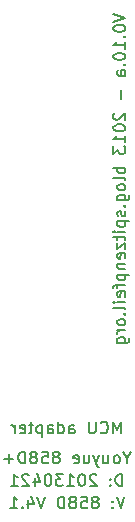
<source format=gbo>
%FSLAX34Y34*%
G04 Gerber Fmt 3.4, Leading zero omitted, Abs format*
G04 (created by PCBNEW (2013-12-05 BZR 4523)-product) date Fri 06 Dec 2013 09:05:46 PM CET*
%MOIN*%
G01*
G70*
G90*
G04 APERTURE LIST*
%ADD10C,0.005906*%
%ADD11C,0.007874*%
%ADD12O,0.150000X0.085000*%
%ADD13R,0.150000X0.085000*%
%ADD14O,0.059055X0.039370*%
%ADD15R,0.059055X0.039370*%
%ADD16R,0.060000X0.060000*%
%ADD17C,0.060000*%
G04 APERTURE END LIST*
G54D10*
G54D11*
X57549Y-37928D02*
X57549Y-37534D01*
X57418Y-37815D01*
X57287Y-37534D01*
X57287Y-37928D01*
X56874Y-37890D02*
X56893Y-37909D01*
X56949Y-37928D01*
X56987Y-37928D01*
X57043Y-37909D01*
X57081Y-37871D01*
X57099Y-37834D01*
X57118Y-37759D01*
X57118Y-37703D01*
X57099Y-37628D01*
X57081Y-37590D01*
X57043Y-37553D01*
X56987Y-37534D01*
X56949Y-37534D01*
X56893Y-37553D01*
X56874Y-37571D01*
X56706Y-37534D02*
X56706Y-37853D01*
X56687Y-37890D01*
X56668Y-37909D01*
X56631Y-37928D01*
X56556Y-37928D01*
X56518Y-37909D01*
X56499Y-37890D01*
X56481Y-37853D01*
X56481Y-37534D01*
X55824Y-37928D02*
X55824Y-37721D01*
X55843Y-37684D01*
X55881Y-37665D01*
X55956Y-37665D01*
X55993Y-37684D01*
X55824Y-37909D02*
X55862Y-37928D01*
X55956Y-37928D01*
X55993Y-37909D01*
X56012Y-37871D01*
X56012Y-37834D01*
X55993Y-37796D01*
X55956Y-37778D01*
X55862Y-37778D01*
X55824Y-37759D01*
X55468Y-37928D02*
X55468Y-37534D01*
X55468Y-37909D02*
X55506Y-37928D01*
X55581Y-37928D01*
X55618Y-37909D01*
X55637Y-37890D01*
X55656Y-37853D01*
X55656Y-37740D01*
X55637Y-37703D01*
X55618Y-37684D01*
X55581Y-37665D01*
X55506Y-37665D01*
X55468Y-37684D01*
X55112Y-37928D02*
X55112Y-37721D01*
X55131Y-37684D01*
X55168Y-37665D01*
X55243Y-37665D01*
X55281Y-37684D01*
X55112Y-37909D02*
X55150Y-37928D01*
X55243Y-37928D01*
X55281Y-37909D01*
X55300Y-37871D01*
X55300Y-37834D01*
X55281Y-37796D01*
X55243Y-37778D01*
X55150Y-37778D01*
X55112Y-37759D01*
X54925Y-37665D02*
X54925Y-38059D01*
X54925Y-37684D02*
X54887Y-37665D01*
X54812Y-37665D01*
X54775Y-37684D01*
X54756Y-37703D01*
X54737Y-37740D01*
X54737Y-37853D01*
X54756Y-37890D01*
X54775Y-37909D01*
X54812Y-37928D01*
X54887Y-37928D01*
X54925Y-37909D01*
X54625Y-37665D02*
X54475Y-37665D01*
X54568Y-37534D02*
X54568Y-37871D01*
X54550Y-37909D01*
X54512Y-37928D01*
X54475Y-37928D01*
X54193Y-37909D02*
X54231Y-37928D01*
X54306Y-37928D01*
X54343Y-37909D01*
X54362Y-37871D01*
X54362Y-37721D01*
X54343Y-37684D01*
X54306Y-37665D01*
X54231Y-37665D01*
X54193Y-37684D01*
X54175Y-37721D01*
X54175Y-37759D01*
X54362Y-37796D01*
X54006Y-37928D02*
X54006Y-37665D01*
X54006Y-37740D02*
X53987Y-37703D01*
X53968Y-37684D01*
X53931Y-37665D01*
X53893Y-37665D01*
X57671Y-40034D02*
X57540Y-40428D01*
X57409Y-40034D01*
X57277Y-40390D02*
X57259Y-40409D01*
X57277Y-40428D01*
X57296Y-40409D01*
X57277Y-40390D01*
X57277Y-40428D01*
X57277Y-40184D02*
X57259Y-40203D01*
X57277Y-40221D01*
X57296Y-40203D01*
X57277Y-40184D01*
X57277Y-40221D01*
X56734Y-40203D02*
X56771Y-40184D01*
X56790Y-40165D01*
X56809Y-40128D01*
X56809Y-40109D01*
X56790Y-40071D01*
X56771Y-40053D01*
X56734Y-40034D01*
X56659Y-40034D01*
X56621Y-40053D01*
X56603Y-40071D01*
X56584Y-40109D01*
X56584Y-40128D01*
X56603Y-40165D01*
X56621Y-40184D01*
X56659Y-40203D01*
X56734Y-40203D01*
X56771Y-40221D01*
X56790Y-40240D01*
X56809Y-40278D01*
X56809Y-40353D01*
X56790Y-40390D01*
X56771Y-40409D01*
X56734Y-40428D01*
X56659Y-40428D01*
X56621Y-40409D01*
X56603Y-40390D01*
X56584Y-40353D01*
X56584Y-40278D01*
X56603Y-40240D01*
X56621Y-40221D01*
X56659Y-40203D01*
X56228Y-40034D02*
X56415Y-40034D01*
X56434Y-40221D01*
X56415Y-40203D01*
X56378Y-40184D01*
X56284Y-40184D01*
X56246Y-40203D01*
X56228Y-40221D01*
X56209Y-40259D01*
X56209Y-40353D01*
X56228Y-40390D01*
X56246Y-40409D01*
X56284Y-40428D01*
X56378Y-40428D01*
X56415Y-40409D01*
X56434Y-40390D01*
X55984Y-40203D02*
X56021Y-40184D01*
X56040Y-40165D01*
X56059Y-40128D01*
X56059Y-40109D01*
X56040Y-40071D01*
X56021Y-40053D01*
X55984Y-40034D01*
X55909Y-40034D01*
X55871Y-40053D01*
X55853Y-40071D01*
X55834Y-40109D01*
X55834Y-40128D01*
X55853Y-40165D01*
X55871Y-40184D01*
X55909Y-40203D01*
X55984Y-40203D01*
X56021Y-40221D01*
X56040Y-40240D01*
X56059Y-40278D01*
X56059Y-40353D01*
X56040Y-40390D01*
X56021Y-40409D01*
X55984Y-40428D01*
X55909Y-40428D01*
X55871Y-40409D01*
X55853Y-40390D01*
X55834Y-40353D01*
X55834Y-40278D01*
X55853Y-40240D01*
X55871Y-40221D01*
X55909Y-40203D01*
X55665Y-40428D02*
X55665Y-40034D01*
X55571Y-40034D01*
X55515Y-40053D01*
X55478Y-40090D01*
X55459Y-40128D01*
X55440Y-40203D01*
X55440Y-40259D01*
X55459Y-40334D01*
X55478Y-40371D01*
X55515Y-40409D01*
X55571Y-40428D01*
X55665Y-40428D01*
X55028Y-40034D02*
X54896Y-40428D01*
X54765Y-40034D01*
X54465Y-40165D02*
X54465Y-40428D01*
X54559Y-40015D02*
X54653Y-40296D01*
X54409Y-40296D01*
X54259Y-40390D02*
X54240Y-40409D01*
X54259Y-40428D01*
X54278Y-40409D01*
X54259Y-40390D01*
X54259Y-40428D01*
X53865Y-40428D02*
X54090Y-40428D01*
X53978Y-40428D02*
X53978Y-40034D01*
X54015Y-40090D01*
X54053Y-40128D01*
X54090Y-40146D01*
X57596Y-39678D02*
X57596Y-39284D01*
X57502Y-39284D01*
X57446Y-39303D01*
X57409Y-39340D01*
X57390Y-39378D01*
X57371Y-39453D01*
X57371Y-39509D01*
X57390Y-39584D01*
X57409Y-39621D01*
X57446Y-39659D01*
X57502Y-39678D01*
X57596Y-39678D01*
X57202Y-39640D02*
X57184Y-39659D01*
X57202Y-39678D01*
X57221Y-39659D01*
X57202Y-39640D01*
X57202Y-39678D01*
X57202Y-39434D02*
X57184Y-39453D01*
X57202Y-39471D01*
X57221Y-39453D01*
X57202Y-39434D01*
X57202Y-39471D01*
X56734Y-39321D02*
X56715Y-39303D01*
X56678Y-39284D01*
X56584Y-39284D01*
X56546Y-39303D01*
X56528Y-39321D01*
X56509Y-39359D01*
X56509Y-39396D01*
X56528Y-39453D01*
X56752Y-39678D01*
X56509Y-39678D01*
X56265Y-39284D02*
X56228Y-39284D01*
X56190Y-39303D01*
X56171Y-39321D01*
X56153Y-39359D01*
X56134Y-39434D01*
X56134Y-39528D01*
X56153Y-39603D01*
X56171Y-39640D01*
X56190Y-39659D01*
X56228Y-39678D01*
X56265Y-39678D01*
X56303Y-39659D01*
X56321Y-39640D01*
X56340Y-39603D01*
X56359Y-39528D01*
X56359Y-39434D01*
X56340Y-39359D01*
X56321Y-39321D01*
X56303Y-39303D01*
X56265Y-39284D01*
X55759Y-39678D02*
X55984Y-39678D01*
X55871Y-39678D02*
X55871Y-39284D01*
X55909Y-39340D01*
X55946Y-39378D01*
X55984Y-39396D01*
X55628Y-39284D02*
X55384Y-39284D01*
X55515Y-39434D01*
X55459Y-39434D01*
X55421Y-39453D01*
X55403Y-39471D01*
X55384Y-39509D01*
X55384Y-39603D01*
X55403Y-39640D01*
X55421Y-39659D01*
X55459Y-39678D01*
X55571Y-39678D01*
X55609Y-39659D01*
X55628Y-39640D01*
X55140Y-39284D02*
X55103Y-39284D01*
X55065Y-39303D01*
X55046Y-39321D01*
X55028Y-39359D01*
X55009Y-39434D01*
X55009Y-39528D01*
X55028Y-39603D01*
X55046Y-39640D01*
X55065Y-39659D01*
X55103Y-39678D01*
X55140Y-39678D01*
X55178Y-39659D01*
X55196Y-39640D01*
X55215Y-39603D01*
X55234Y-39528D01*
X55234Y-39434D01*
X55215Y-39359D01*
X55196Y-39321D01*
X55178Y-39303D01*
X55140Y-39284D01*
X54672Y-39415D02*
X54672Y-39678D01*
X54765Y-39265D02*
X54859Y-39546D01*
X54615Y-39546D01*
X54484Y-39321D02*
X54465Y-39303D01*
X54428Y-39284D01*
X54334Y-39284D01*
X54297Y-39303D01*
X54278Y-39321D01*
X54259Y-39359D01*
X54259Y-39396D01*
X54278Y-39453D01*
X54503Y-39678D01*
X54259Y-39678D01*
X53884Y-39678D02*
X54109Y-39678D01*
X53997Y-39678D02*
X53997Y-39284D01*
X54034Y-39340D01*
X54072Y-39378D01*
X54109Y-39396D01*
X57755Y-38740D02*
X57755Y-38928D01*
X57887Y-38534D02*
X57755Y-38740D01*
X57624Y-38534D01*
X57437Y-38928D02*
X57474Y-38909D01*
X57493Y-38890D01*
X57512Y-38853D01*
X57512Y-38740D01*
X57493Y-38703D01*
X57474Y-38684D01*
X57437Y-38665D01*
X57381Y-38665D01*
X57343Y-38684D01*
X57324Y-38703D01*
X57306Y-38740D01*
X57306Y-38853D01*
X57324Y-38890D01*
X57343Y-38909D01*
X57381Y-38928D01*
X57437Y-38928D01*
X56968Y-38665D02*
X56968Y-38928D01*
X57137Y-38665D02*
X57137Y-38871D01*
X57118Y-38909D01*
X57081Y-38928D01*
X57024Y-38928D01*
X56987Y-38909D01*
X56968Y-38890D01*
X56818Y-38665D02*
X56724Y-38928D01*
X56631Y-38665D02*
X56724Y-38928D01*
X56762Y-39021D01*
X56781Y-39040D01*
X56818Y-39059D01*
X56312Y-38665D02*
X56312Y-38928D01*
X56481Y-38665D02*
X56481Y-38871D01*
X56462Y-38909D01*
X56424Y-38928D01*
X56368Y-38928D01*
X56331Y-38909D01*
X56312Y-38890D01*
X55974Y-38909D02*
X56012Y-38928D01*
X56087Y-38928D01*
X56124Y-38909D01*
X56143Y-38871D01*
X56143Y-38721D01*
X56124Y-38684D01*
X56087Y-38665D01*
X56012Y-38665D01*
X55974Y-38684D01*
X55956Y-38721D01*
X55956Y-38759D01*
X56143Y-38796D01*
X55431Y-38703D02*
X55468Y-38684D01*
X55487Y-38665D01*
X55506Y-38628D01*
X55506Y-38609D01*
X55487Y-38571D01*
X55468Y-38553D01*
X55431Y-38534D01*
X55356Y-38534D01*
X55318Y-38553D01*
X55300Y-38571D01*
X55281Y-38609D01*
X55281Y-38628D01*
X55300Y-38665D01*
X55318Y-38684D01*
X55356Y-38703D01*
X55431Y-38703D01*
X55468Y-38721D01*
X55487Y-38740D01*
X55506Y-38778D01*
X55506Y-38853D01*
X55487Y-38890D01*
X55468Y-38909D01*
X55431Y-38928D01*
X55356Y-38928D01*
X55318Y-38909D01*
X55300Y-38890D01*
X55281Y-38853D01*
X55281Y-38778D01*
X55300Y-38740D01*
X55318Y-38721D01*
X55356Y-38703D01*
X54925Y-38534D02*
X55112Y-38534D01*
X55131Y-38721D01*
X55112Y-38703D01*
X55075Y-38684D01*
X54981Y-38684D01*
X54943Y-38703D01*
X54925Y-38721D01*
X54906Y-38759D01*
X54906Y-38853D01*
X54925Y-38890D01*
X54943Y-38909D01*
X54981Y-38928D01*
X55075Y-38928D01*
X55112Y-38909D01*
X55131Y-38890D01*
X54681Y-38703D02*
X54718Y-38684D01*
X54737Y-38665D01*
X54756Y-38628D01*
X54756Y-38609D01*
X54737Y-38571D01*
X54718Y-38553D01*
X54681Y-38534D01*
X54606Y-38534D01*
X54568Y-38553D01*
X54550Y-38571D01*
X54531Y-38609D01*
X54531Y-38628D01*
X54550Y-38665D01*
X54568Y-38684D01*
X54606Y-38703D01*
X54681Y-38703D01*
X54718Y-38721D01*
X54737Y-38740D01*
X54756Y-38778D01*
X54756Y-38853D01*
X54737Y-38890D01*
X54718Y-38909D01*
X54681Y-38928D01*
X54606Y-38928D01*
X54568Y-38909D01*
X54550Y-38890D01*
X54531Y-38853D01*
X54531Y-38778D01*
X54550Y-38740D01*
X54568Y-38721D01*
X54606Y-38703D01*
X54362Y-38928D02*
X54362Y-38534D01*
X54268Y-38534D01*
X54212Y-38553D01*
X54175Y-38590D01*
X54156Y-38628D01*
X54137Y-38703D01*
X54137Y-38759D01*
X54156Y-38834D01*
X54175Y-38871D01*
X54212Y-38909D01*
X54268Y-38928D01*
X54362Y-38928D01*
X53968Y-38778D02*
X53669Y-38778D01*
X53818Y-38928D02*
X53818Y-38628D01*
X57304Y-23937D02*
X57697Y-24068D01*
X57304Y-24199D01*
X57304Y-24405D02*
X57304Y-24443D01*
X57322Y-24480D01*
X57341Y-24499D01*
X57379Y-24518D01*
X57454Y-24536D01*
X57547Y-24536D01*
X57622Y-24518D01*
X57660Y-24499D01*
X57679Y-24480D01*
X57697Y-24443D01*
X57697Y-24405D01*
X57679Y-24368D01*
X57660Y-24349D01*
X57622Y-24330D01*
X57547Y-24311D01*
X57454Y-24311D01*
X57379Y-24330D01*
X57341Y-24349D01*
X57322Y-24368D01*
X57304Y-24405D01*
X57660Y-24705D02*
X57679Y-24724D01*
X57697Y-24705D01*
X57679Y-24686D01*
X57660Y-24705D01*
X57697Y-24705D01*
X57697Y-25099D02*
X57697Y-24874D01*
X57697Y-24986D02*
X57304Y-24986D01*
X57360Y-24949D01*
X57397Y-24911D01*
X57416Y-24874D01*
X57304Y-25343D02*
X57304Y-25380D01*
X57322Y-25418D01*
X57341Y-25436D01*
X57379Y-25455D01*
X57454Y-25474D01*
X57547Y-25474D01*
X57622Y-25455D01*
X57660Y-25436D01*
X57679Y-25418D01*
X57697Y-25380D01*
X57697Y-25343D01*
X57679Y-25305D01*
X57660Y-25286D01*
X57622Y-25268D01*
X57547Y-25249D01*
X57454Y-25249D01*
X57379Y-25268D01*
X57341Y-25286D01*
X57322Y-25305D01*
X57304Y-25343D01*
X57660Y-25643D02*
X57679Y-25661D01*
X57697Y-25643D01*
X57679Y-25624D01*
X57660Y-25643D01*
X57697Y-25643D01*
X57697Y-25999D02*
X57491Y-25999D01*
X57454Y-25980D01*
X57435Y-25943D01*
X57435Y-25868D01*
X57454Y-25830D01*
X57679Y-25999D02*
X57697Y-25961D01*
X57697Y-25868D01*
X57679Y-25830D01*
X57641Y-25811D01*
X57604Y-25811D01*
X57566Y-25830D01*
X57547Y-25868D01*
X57547Y-25961D01*
X57529Y-25999D01*
X57547Y-26486D02*
X57547Y-26786D01*
X57341Y-27255D02*
X57322Y-27274D01*
X57304Y-27311D01*
X57304Y-27405D01*
X57322Y-27442D01*
X57341Y-27461D01*
X57379Y-27480D01*
X57416Y-27480D01*
X57472Y-27461D01*
X57697Y-27236D01*
X57697Y-27480D01*
X57304Y-27724D02*
X57304Y-27761D01*
X57322Y-27799D01*
X57341Y-27817D01*
X57379Y-27836D01*
X57454Y-27855D01*
X57547Y-27855D01*
X57622Y-27836D01*
X57660Y-27817D01*
X57679Y-27799D01*
X57697Y-27761D01*
X57697Y-27724D01*
X57679Y-27686D01*
X57660Y-27667D01*
X57622Y-27649D01*
X57547Y-27630D01*
X57454Y-27630D01*
X57379Y-27649D01*
X57341Y-27667D01*
X57322Y-27686D01*
X57304Y-27724D01*
X57697Y-28230D02*
X57697Y-28005D01*
X57697Y-28117D02*
X57304Y-28117D01*
X57360Y-28080D01*
X57397Y-28042D01*
X57416Y-28005D01*
X57304Y-28361D02*
X57304Y-28605D01*
X57454Y-28473D01*
X57454Y-28530D01*
X57472Y-28567D01*
X57491Y-28586D01*
X57529Y-28605D01*
X57622Y-28605D01*
X57660Y-28586D01*
X57679Y-28567D01*
X57697Y-28530D01*
X57697Y-28417D01*
X57679Y-28380D01*
X57660Y-28361D01*
X57697Y-29073D02*
X57304Y-29073D01*
X57454Y-29073D02*
X57435Y-29111D01*
X57435Y-29186D01*
X57454Y-29223D01*
X57472Y-29242D01*
X57510Y-29261D01*
X57622Y-29261D01*
X57660Y-29242D01*
X57679Y-29223D01*
X57697Y-29186D01*
X57697Y-29111D01*
X57679Y-29073D01*
X57697Y-29486D02*
X57679Y-29448D01*
X57641Y-29430D01*
X57304Y-29430D01*
X57697Y-29692D02*
X57679Y-29655D01*
X57660Y-29636D01*
X57622Y-29617D01*
X57510Y-29617D01*
X57472Y-29636D01*
X57454Y-29655D01*
X57435Y-29692D01*
X57435Y-29748D01*
X57454Y-29786D01*
X57472Y-29805D01*
X57510Y-29823D01*
X57622Y-29823D01*
X57660Y-29805D01*
X57679Y-29786D01*
X57697Y-29748D01*
X57697Y-29692D01*
X57435Y-30161D02*
X57754Y-30161D01*
X57791Y-30142D01*
X57810Y-30123D01*
X57829Y-30086D01*
X57829Y-30029D01*
X57810Y-29992D01*
X57679Y-30161D02*
X57697Y-30123D01*
X57697Y-30048D01*
X57679Y-30011D01*
X57660Y-29992D01*
X57622Y-29973D01*
X57510Y-29973D01*
X57472Y-29992D01*
X57454Y-30011D01*
X57435Y-30048D01*
X57435Y-30123D01*
X57454Y-30161D01*
X57660Y-30348D02*
X57679Y-30367D01*
X57697Y-30348D01*
X57679Y-30329D01*
X57660Y-30348D01*
X57697Y-30348D01*
X57679Y-30517D02*
X57697Y-30554D01*
X57697Y-30629D01*
X57679Y-30667D01*
X57641Y-30686D01*
X57622Y-30686D01*
X57585Y-30667D01*
X57566Y-30629D01*
X57566Y-30573D01*
X57547Y-30536D01*
X57510Y-30517D01*
X57491Y-30517D01*
X57454Y-30536D01*
X57435Y-30573D01*
X57435Y-30629D01*
X57454Y-30667D01*
X57435Y-30854D02*
X57829Y-30854D01*
X57454Y-30854D02*
X57435Y-30892D01*
X57435Y-30967D01*
X57454Y-31004D01*
X57472Y-31023D01*
X57510Y-31042D01*
X57622Y-31042D01*
X57660Y-31023D01*
X57679Y-31004D01*
X57697Y-30967D01*
X57697Y-30892D01*
X57679Y-30854D01*
X57697Y-31211D02*
X57435Y-31211D01*
X57304Y-31211D02*
X57322Y-31192D01*
X57341Y-31211D01*
X57322Y-31229D01*
X57304Y-31211D01*
X57341Y-31211D01*
X57435Y-31342D02*
X57435Y-31492D01*
X57304Y-31398D02*
X57641Y-31398D01*
X57679Y-31417D01*
X57697Y-31454D01*
X57697Y-31492D01*
X57435Y-31586D02*
X57435Y-31792D01*
X57697Y-31586D01*
X57697Y-31792D01*
X57679Y-32092D02*
X57697Y-32054D01*
X57697Y-31979D01*
X57679Y-31942D01*
X57641Y-31923D01*
X57491Y-31923D01*
X57454Y-31942D01*
X57435Y-31979D01*
X57435Y-32054D01*
X57454Y-32092D01*
X57491Y-32110D01*
X57529Y-32110D01*
X57566Y-31923D01*
X57435Y-32279D02*
X57697Y-32279D01*
X57472Y-32279D02*
X57454Y-32298D01*
X57435Y-32335D01*
X57435Y-32392D01*
X57454Y-32429D01*
X57491Y-32448D01*
X57697Y-32448D01*
X57435Y-32635D02*
X57829Y-32635D01*
X57454Y-32635D02*
X57435Y-32673D01*
X57435Y-32748D01*
X57454Y-32785D01*
X57472Y-32804D01*
X57510Y-32823D01*
X57622Y-32823D01*
X57660Y-32804D01*
X57679Y-32785D01*
X57697Y-32748D01*
X57697Y-32673D01*
X57679Y-32635D01*
X57435Y-32935D02*
X57435Y-33085D01*
X57697Y-32992D02*
X57360Y-32992D01*
X57322Y-33010D01*
X57304Y-33048D01*
X57304Y-33085D01*
X57679Y-33367D02*
X57697Y-33329D01*
X57697Y-33254D01*
X57679Y-33217D01*
X57641Y-33198D01*
X57491Y-33198D01*
X57454Y-33217D01*
X57435Y-33254D01*
X57435Y-33329D01*
X57454Y-33367D01*
X57491Y-33385D01*
X57529Y-33385D01*
X57566Y-33198D01*
X57697Y-33554D02*
X57435Y-33554D01*
X57304Y-33554D02*
X57322Y-33535D01*
X57341Y-33554D01*
X57322Y-33573D01*
X57304Y-33554D01*
X57341Y-33554D01*
X57697Y-33798D02*
X57679Y-33760D01*
X57641Y-33742D01*
X57304Y-33742D01*
X57660Y-33948D02*
X57679Y-33967D01*
X57697Y-33948D01*
X57679Y-33929D01*
X57660Y-33948D01*
X57697Y-33948D01*
X57697Y-34191D02*
X57679Y-34154D01*
X57660Y-34135D01*
X57622Y-34116D01*
X57510Y-34116D01*
X57472Y-34135D01*
X57454Y-34154D01*
X57435Y-34191D01*
X57435Y-34248D01*
X57454Y-34285D01*
X57472Y-34304D01*
X57510Y-34323D01*
X57622Y-34323D01*
X57660Y-34304D01*
X57679Y-34285D01*
X57697Y-34248D01*
X57697Y-34191D01*
X57697Y-34491D02*
X57435Y-34491D01*
X57510Y-34491D02*
X57472Y-34510D01*
X57454Y-34529D01*
X57435Y-34566D01*
X57435Y-34604D01*
X57435Y-34904D02*
X57754Y-34904D01*
X57791Y-34885D01*
X57810Y-34866D01*
X57829Y-34829D01*
X57829Y-34773D01*
X57810Y-34735D01*
X57679Y-34904D02*
X57697Y-34866D01*
X57697Y-34791D01*
X57679Y-34754D01*
X57660Y-34735D01*
X57622Y-34716D01*
X57510Y-34716D01*
X57472Y-34735D01*
X57454Y-34754D01*
X57435Y-34791D01*
X57435Y-34866D01*
X57454Y-34904D01*
%LPC*%
G54D12*
X56000Y-24500D03*
X56000Y-25500D03*
X56000Y-26500D03*
X56000Y-27500D03*
X56000Y-28500D03*
X56000Y-29500D03*
X56000Y-30500D03*
X56000Y-31500D03*
X56000Y-32500D03*
X56000Y-33500D03*
X56000Y-34500D03*
X56000Y-35500D03*
X56000Y-36500D03*
G54D13*
X56000Y-23500D03*
G54D12*
X59000Y-36500D03*
X59000Y-35500D03*
X59000Y-34500D03*
X59000Y-33500D03*
X59000Y-32500D03*
X59000Y-31500D03*
X59000Y-30500D03*
X59000Y-29500D03*
X59000Y-28500D03*
X59000Y-27500D03*
X59000Y-26500D03*
X59000Y-25500D03*
X59000Y-24500D03*
X59000Y-23500D03*
G54D14*
X54000Y-36750D03*
X54000Y-36250D03*
X54000Y-35750D03*
X54000Y-35250D03*
X54000Y-34750D03*
X54000Y-34250D03*
X54000Y-33750D03*
X54000Y-30250D03*
X54000Y-30750D03*
X54000Y-31250D03*
X54000Y-31750D03*
X54000Y-32250D03*
X54000Y-32750D03*
X54000Y-33250D03*
X60250Y-36750D03*
X60250Y-36250D03*
X60250Y-35750D03*
X60250Y-35250D03*
X60250Y-34750D03*
X60250Y-34250D03*
X60250Y-33750D03*
X60250Y-30250D03*
X60250Y-30750D03*
X60250Y-31250D03*
X60250Y-31750D03*
X60250Y-32250D03*
X60250Y-32750D03*
X60250Y-33250D03*
X54750Y-29750D03*
X54750Y-29250D03*
X54750Y-28750D03*
X54750Y-28250D03*
X54750Y-27750D03*
X54750Y-27250D03*
X54750Y-26750D03*
G54D15*
X54750Y-23250D03*
G54D14*
X54750Y-23750D03*
X54750Y-24250D03*
X54750Y-24750D03*
X54750Y-25250D03*
X54750Y-25750D03*
X54750Y-26250D03*
X54750Y-36750D03*
X54750Y-36250D03*
X54750Y-35750D03*
X54750Y-35250D03*
X54750Y-34750D03*
X54750Y-34250D03*
X54750Y-33750D03*
X54750Y-30250D03*
X54750Y-30750D03*
X54750Y-31250D03*
X54750Y-31750D03*
X54750Y-32250D03*
X54750Y-32750D03*
X54750Y-33250D03*
X61000Y-36750D03*
X61000Y-36250D03*
X61000Y-35750D03*
X61000Y-35250D03*
X61000Y-34750D03*
X61000Y-34250D03*
X61000Y-33750D03*
X61000Y-30250D03*
X61000Y-30750D03*
X61000Y-31250D03*
X61000Y-31750D03*
X61000Y-32250D03*
X61000Y-32750D03*
X61000Y-33250D03*
X61000Y-29750D03*
X61000Y-29250D03*
X61000Y-28750D03*
X61000Y-28250D03*
X61000Y-27750D03*
X61000Y-27250D03*
X61000Y-26750D03*
G54D15*
X61000Y-23250D03*
G54D14*
X61000Y-23750D03*
X61000Y-24250D03*
X61000Y-24750D03*
X61000Y-25250D03*
X61000Y-25750D03*
X61000Y-26250D03*
X60250Y-29750D03*
X60250Y-29250D03*
X60250Y-28750D03*
X60250Y-28250D03*
X60250Y-27750D03*
X60250Y-27250D03*
X60250Y-26750D03*
G54D15*
X60250Y-23250D03*
G54D14*
X60250Y-23750D03*
X60250Y-24250D03*
X60250Y-24750D03*
X60250Y-25250D03*
X60250Y-25750D03*
X60250Y-26250D03*
X54000Y-29750D03*
X54000Y-29250D03*
X54000Y-28750D03*
X54000Y-28250D03*
X54000Y-27750D03*
X54000Y-27250D03*
X54000Y-26750D03*
G54D15*
X54000Y-23250D03*
G54D14*
X54000Y-23750D03*
X54000Y-24250D03*
X54000Y-24750D03*
X54000Y-25250D03*
X54000Y-25750D03*
X54000Y-26250D03*
G54D16*
X60400Y-38700D03*
G54D17*
X60400Y-39700D03*
X59400Y-38700D03*
X59400Y-39700D03*
X58400Y-38700D03*
X58400Y-39700D03*
M02*

</source>
